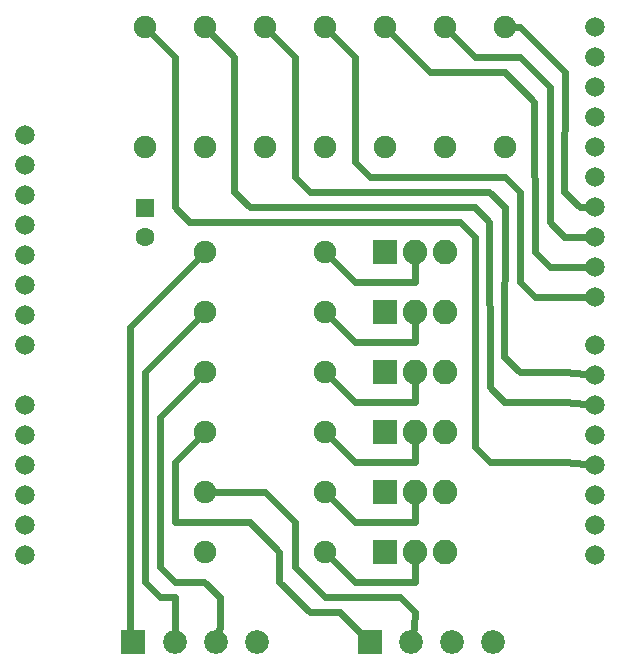
<source format=gbl>
G04 MADE WITH FRITZING*
G04 WWW.FRITZING.ORG*
G04 DOUBLE SIDED*
G04 HOLES PLATED*
G04 CONTOUR ON CENTER OF CONTOUR VECTOR*
%ASAXBY*%
%FSLAX23Y23*%
%MOIN*%
%OFA0B0*%
%SFA1.0B1.0*%
%ADD10C,0.065278*%
%ADD11C,0.062992*%
%ADD12C,0.082000*%
%ADD13C,0.079370*%
%ADD14C,0.075000*%
%ADD15R,0.062992X0.062992*%
%ADD16R,0.082000X0.082000*%
%ADD17R,0.079370X0.079370*%
%ADD18C,0.024000*%
%LNCOPPER0*%
G90*
G70*
G54D10*
X103Y771D03*
X103Y671D03*
X103Y571D03*
X103Y471D03*
X103Y371D03*
X2003Y1231D03*
X2003Y1331D03*
X2003Y1431D03*
X2003Y1531D03*
X2003Y1631D03*
X2003Y1731D03*
X2003Y1831D03*
X2003Y1931D03*
X2003Y2031D03*
X2003Y2131D03*
X2003Y371D03*
X2003Y471D03*
X2003Y571D03*
X2003Y671D03*
X2003Y771D03*
X2003Y871D03*
X2003Y971D03*
X2003Y1071D03*
X103Y1671D03*
X103Y1771D03*
X103Y1571D03*
X103Y1471D03*
X103Y1371D03*
X103Y1271D03*
X103Y1171D03*
X103Y1071D03*
X103Y871D03*
G54D11*
X503Y1529D03*
X503Y1431D03*
G54D12*
X1303Y981D03*
X1403Y981D03*
X1503Y981D03*
X1303Y1181D03*
X1403Y1181D03*
X1503Y1181D03*
X1303Y1381D03*
X1403Y1381D03*
X1503Y1381D03*
X1303Y381D03*
X1403Y381D03*
X1503Y381D03*
X1303Y581D03*
X1403Y581D03*
X1503Y581D03*
X1303Y781D03*
X1403Y781D03*
X1503Y781D03*
G54D13*
X465Y81D03*
X603Y81D03*
X741Y81D03*
X879Y81D03*
X1253Y81D03*
X1391Y81D03*
X1529Y81D03*
X1666Y81D03*
G54D14*
X1103Y981D03*
X703Y981D03*
X1103Y1181D03*
X703Y1181D03*
X1103Y1381D03*
X703Y1381D03*
X1103Y381D03*
X703Y381D03*
X1103Y581D03*
X703Y581D03*
X1103Y781D03*
X703Y781D03*
X903Y2131D03*
X903Y1731D03*
X703Y2131D03*
X703Y1731D03*
X503Y2131D03*
X503Y1731D03*
X1103Y1731D03*
X1103Y2131D03*
X1303Y2131D03*
X1303Y1731D03*
X1503Y2131D03*
X1503Y1731D03*
X1703Y2131D03*
X1703Y1731D03*
G54D15*
X503Y1529D03*
G54D16*
X1303Y981D03*
X1303Y1181D03*
X1303Y1381D03*
X1303Y381D03*
X1303Y581D03*
X1303Y781D03*
G54D17*
X465Y81D03*
X1253Y81D03*
G54D18*
X1204Y1280D02*
X1123Y1361D01*
D02*
X1403Y1281D02*
X1204Y1280D01*
D02*
X1403Y1349D02*
X1403Y1281D01*
D02*
X1204Y1080D02*
X1123Y1161D01*
D02*
X1403Y1080D02*
X1204Y1080D01*
D02*
X1403Y1149D02*
X1403Y1080D01*
D02*
X1204Y882D02*
X1124Y961D01*
D02*
X1403Y881D02*
X1204Y882D01*
D02*
X1403Y949D02*
X1403Y881D01*
D02*
X1204Y482D02*
X1124Y561D01*
D02*
X1403Y480D02*
X1204Y482D01*
D02*
X1403Y549D02*
X1403Y480D01*
D02*
X1205Y682D02*
X1124Y761D01*
D02*
X1403Y681D02*
X1205Y682D01*
D02*
X1403Y749D02*
X1403Y681D01*
D02*
X1204Y281D02*
X1123Y361D01*
D02*
X1403Y282D02*
X1204Y281D01*
D02*
X1403Y349D02*
X1403Y282D01*
D02*
X1753Y2131D02*
X1732Y2131D01*
D02*
X1903Y1981D02*
X1753Y2131D01*
D02*
X1902Y1581D02*
X1903Y1981D01*
D02*
X1953Y1531D02*
X1902Y1581D01*
D02*
X1972Y1531D02*
X1953Y1531D01*
D02*
X1854Y1481D02*
X1902Y1430D01*
D02*
X1902Y1430D02*
X1972Y1431D01*
D02*
X1753Y2030D02*
X1854Y1931D01*
D02*
X1604Y2030D02*
X1753Y2030D01*
D02*
X1854Y1931D02*
X1854Y1481D01*
D02*
X1523Y2111D02*
X1604Y2030D01*
D02*
X1453Y1981D02*
X1323Y2111D01*
D02*
X1703Y1981D02*
X1453Y1981D01*
D02*
X1803Y1381D02*
X1802Y1881D01*
D02*
X1802Y1881D02*
X1703Y1981D01*
D02*
X1854Y1331D02*
X1803Y1381D01*
D02*
X1903Y1330D02*
X1854Y1331D01*
D02*
X1972Y1331D02*
X1903Y1330D01*
D02*
X1203Y2030D02*
X1123Y2111D01*
D02*
X1254Y1632D02*
X1203Y1680D01*
D02*
X1203Y1680D02*
X1203Y2030D01*
D02*
X1754Y1581D02*
X1703Y1632D01*
D02*
X1703Y1632D02*
X1254Y1632D01*
D02*
X1753Y1281D02*
X1754Y1581D01*
D02*
X1803Y1230D02*
X1753Y1281D01*
D02*
X1903Y1232D02*
X1803Y1230D01*
D02*
X1972Y1231D02*
X1903Y1232D01*
D02*
X1904Y980D02*
X1972Y974D01*
D02*
X1003Y1632D02*
X1053Y1581D01*
D02*
X1003Y2030D02*
X1003Y1632D01*
D02*
X1652Y1581D02*
X1703Y1530D01*
D02*
X1053Y1581D02*
X1652Y1581D01*
D02*
X1703Y1530D02*
X1702Y1030D01*
D02*
X1753Y982D02*
X1904Y980D01*
D02*
X1702Y1030D02*
X1753Y982D01*
D02*
X923Y2111D02*
X1003Y2030D01*
D02*
X1904Y880D02*
X1972Y874D01*
D02*
X802Y1581D02*
X853Y1530D01*
D02*
X802Y2030D02*
X802Y1581D01*
D02*
X853Y1530D02*
X1604Y1530D01*
D02*
X1604Y1530D02*
X1652Y1482D01*
D02*
X1652Y1482D02*
X1654Y931D01*
D02*
X1702Y881D02*
X1904Y880D01*
D02*
X1654Y931D02*
X1702Y881D01*
D02*
X723Y2110D02*
X802Y2030D01*
D02*
X1904Y682D02*
X1972Y674D01*
D02*
X604Y1530D02*
X652Y1482D01*
D02*
X604Y2030D02*
X604Y1530D01*
D02*
X652Y1482D02*
X1553Y1482D01*
D02*
X1553Y1482D02*
X1604Y1431D01*
D02*
X1604Y1431D02*
X1603Y731D01*
D02*
X1603Y731D02*
X1654Y681D01*
D02*
X1654Y681D02*
X1904Y682D01*
D02*
X523Y2111D02*
X604Y2030D01*
D02*
X1402Y130D02*
X1398Y111D01*
D02*
X1003Y480D02*
X1003Y331D01*
D02*
X1353Y231D02*
X1403Y182D01*
D02*
X1103Y230D02*
X1353Y231D01*
D02*
X1003Y331D02*
X1103Y230D01*
D02*
X1403Y182D02*
X1402Y130D01*
D02*
X732Y581D02*
X904Y581D01*
D02*
X904Y581D02*
X1003Y480D01*
D02*
X604Y682D02*
X683Y761D01*
D02*
X604Y480D02*
X604Y682D01*
D02*
X952Y382D02*
X854Y480D01*
D02*
X854Y480D02*
X604Y480D01*
D02*
X952Y281D02*
X952Y382D01*
D02*
X1053Y180D02*
X952Y281D01*
D02*
X1154Y182D02*
X1053Y180D01*
D02*
X1231Y103D02*
X1154Y182D01*
D02*
X553Y230D02*
X604Y232D01*
D02*
X503Y281D02*
X553Y230D01*
D02*
X604Y232D02*
X604Y130D01*
D02*
X604Y130D02*
X603Y112D01*
D02*
X503Y982D02*
X503Y281D01*
D02*
X683Y1161D02*
X503Y982D01*
D02*
X754Y130D02*
X749Y111D01*
D02*
X553Y831D02*
X553Y331D01*
D02*
X604Y281D02*
X702Y281D01*
D02*
X553Y331D02*
X604Y281D01*
D02*
X702Y281D02*
X753Y230D01*
D02*
X753Y230D02*
X754Y130D01*
D02*
X683Y961D02*
X553Y831D01*
D02*
X453Y1131D02*
X683Y1361D01*
D02*
X454Y131D02*
X453Y1131D01*
D02*
X458Y111D02*
X454Y131D01*
G04 End of Copper0*
M02*
</source>
